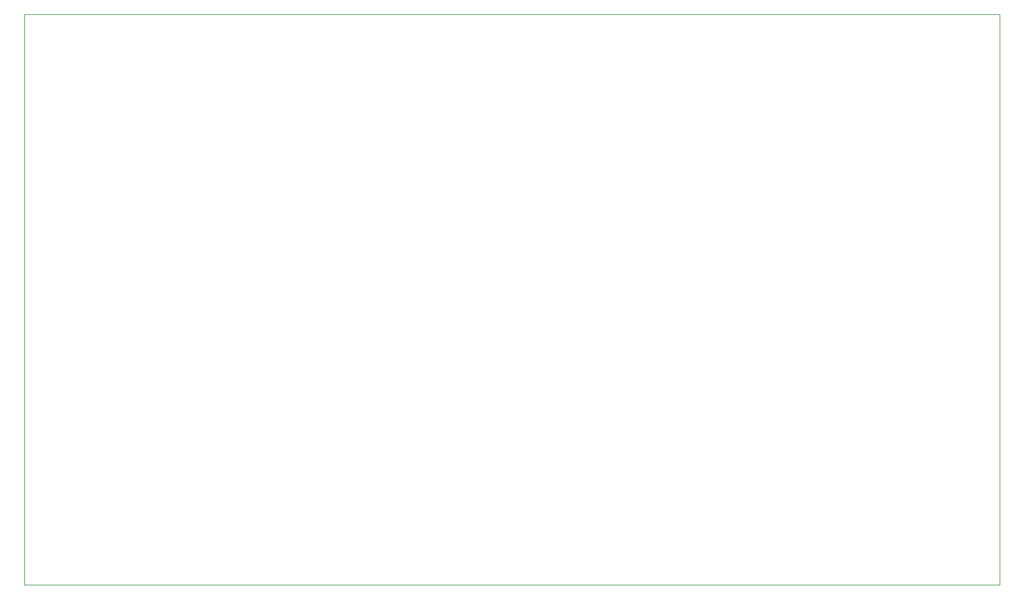
<source format=gbr>
%TF.GenerationSoftware,KiCad,Pcbnew,(5.1.6)-1*%
%TF.CreationDate,2020-11-21T12:12:01+09:00*%
%TF.ProjectId,nixieLogicV2,6e697869-654c-46f6-9769-6356322e6b69,rev?*%
%TF.SameCoordinates,Original*%
%TF.FileFunction,Profile,NP*%
%FSLAX46Y46*%
G04 Gerber Fmt 4.6, Leading zero omitted, Abs format (unit mm)*
G04 Created by KiCad (PCBNEW (5.1.6)-1) date 2020-11-21 12:12:01*
%MOMM*%
%LPD*%
G01*
G04 APERTURE LIST*
%TA.AperFunction,Profile*%
%ADD10C,0.050000*%
%TD*%
G04 APERTURE END LIST*
D10*
X221234000Y-136652000D02*
X82296000Y-136652000D01*
X221234000Y-136652000D02*
X221234000Y-55372000D01*
X82296000Y-55372000D02*
X82296000Y-136652000D01*
X82296000Y-55372000D02*
X221234000Y-55372000D01*
M02*

</source>
